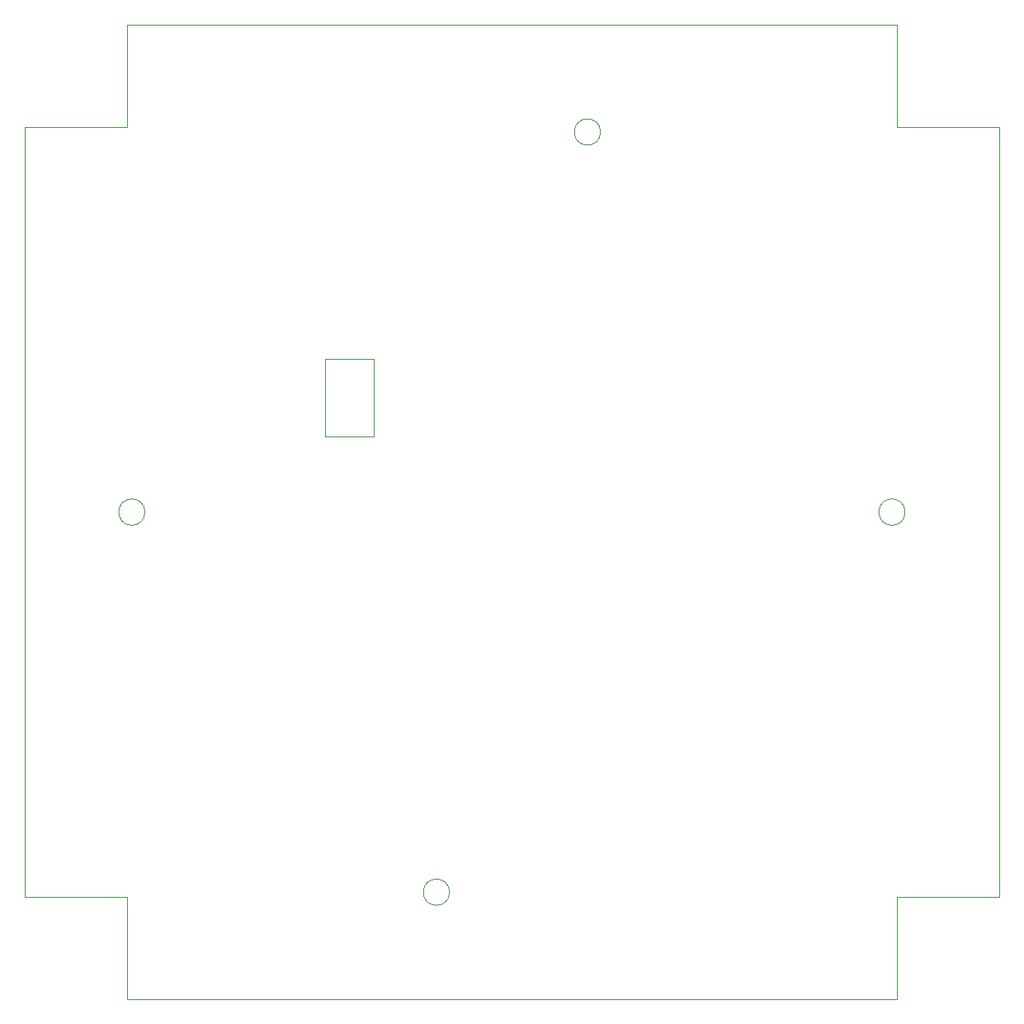
<source format=gbr>
%TF.GenerationSoftware,KiCad,Pcbnew,(5.1.10)-1*%
%TF.CreationDate,2022-05-08T17:14:08-07:00*%
%TF.ProjectId,solar-panel-side-Z,736f6c61-722d-4706-916e-656c2d736964,1.0*%
%TF.SameCoordinates,Original*%
%TF.FileFunction,Profile,NP*%
%FSLAX46Y46*%
G04 Gerber Fmt 4.6, Leading zero omitted, Abs format (unit mm)*
G04 Created by KiCad (PCBNEW (5.1.10)-1) date 2022-05-08 17:14:08*
%MOMM*%
%LPD*%
G01*
G04 APERTURE LIST*
%TA.AperFunction,Profile*%
%ADD10C,0.050000*%
%TD*%
G04 APERTURE END LIST*
D10*
X135350000Y-69250000D02*
X135350000Y-77250000D01*
X130350000Y-77250000D02*
X130350000Y-69250000D01*
X130350000Y-77250000D02*
X135350000Y-77250000D01*
X130350000Y-69250000D02*
X135350000Y-69250000D01*
X189846291Y-85000000D02*
G75*
G03*
X189846291Y-85000000I-1346291J0D01*
G01*
X143096291Y-124000000D02*
G75*
G03*
X143096291Y-124000000I-1346291J0D01*
G01*
X111846291Y-85000000D02*
G75*
G03*
X111846291Y-85000000I-1346291J0D01*
G01*
X158596291Y-46000000D02*
G75*
G03*
X158596291Y-46000000I-1346291J0D01*
G01*
X99500000Y-45500000D02*
X110000000Y-45500000D01*
X99500000Y-124500000D02*
X99500000Y-45500000D01*
X110000000Y-124500000D02*
X99500000Y-124500000D01*
X110000000Y-135000000D02*
X110000000Y-124500000D01*
X189000000Y-135000000D02*
X110000000Y-135000000D01*
X189000000Y-124500000D02*
X189000000Y-135000000D01*
X199500000Y-124500000D02*
X189000000Y-124500000D01*
X199500000Y-45500000D02*
X199500000Y-124500000D01*
X189000000Y-45500000D02*
X199500000Y-45500000D01*
X189000000Y-35000000D02*
X189000000Y-45500000D01*
X110000000Y-35000000D02*
X189000000Y-35000000D01*
X110000000Y-45500000D02*
X110000000Y-35000000D01*
M02*

</source>
